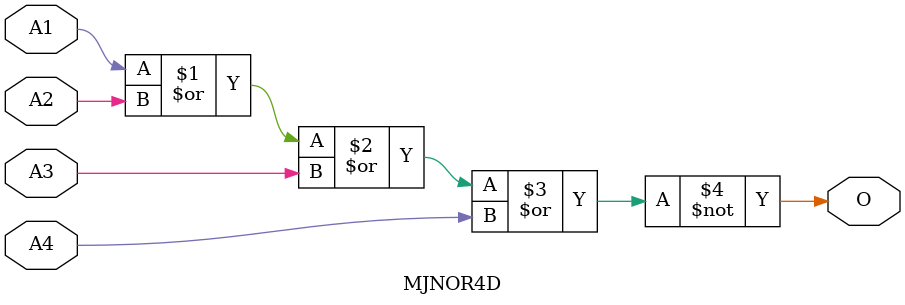
<source format=v>
module MJNOR4D(A1, A2, A3, A4, O);
input   A1;
input   A2;
input   A3;
input   A4;
output  O;
nor g0(O, A1, A2, A3, A4);
endmodule
</source>
